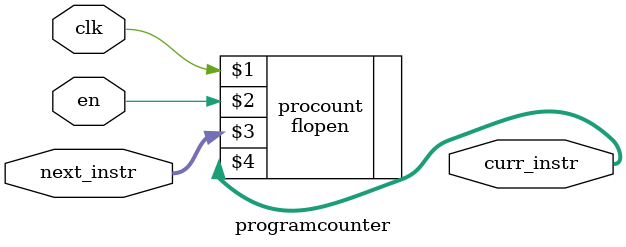
<source format=sv>
module programcounter(input logic clk,
							 input logic en,
							 input logic [15:0]next_instr,
							 output logic [15:0]curr_instr);
							 
	flopen procount(clk, en, next_instr, curr_instr);
endmodule
	
</source>
